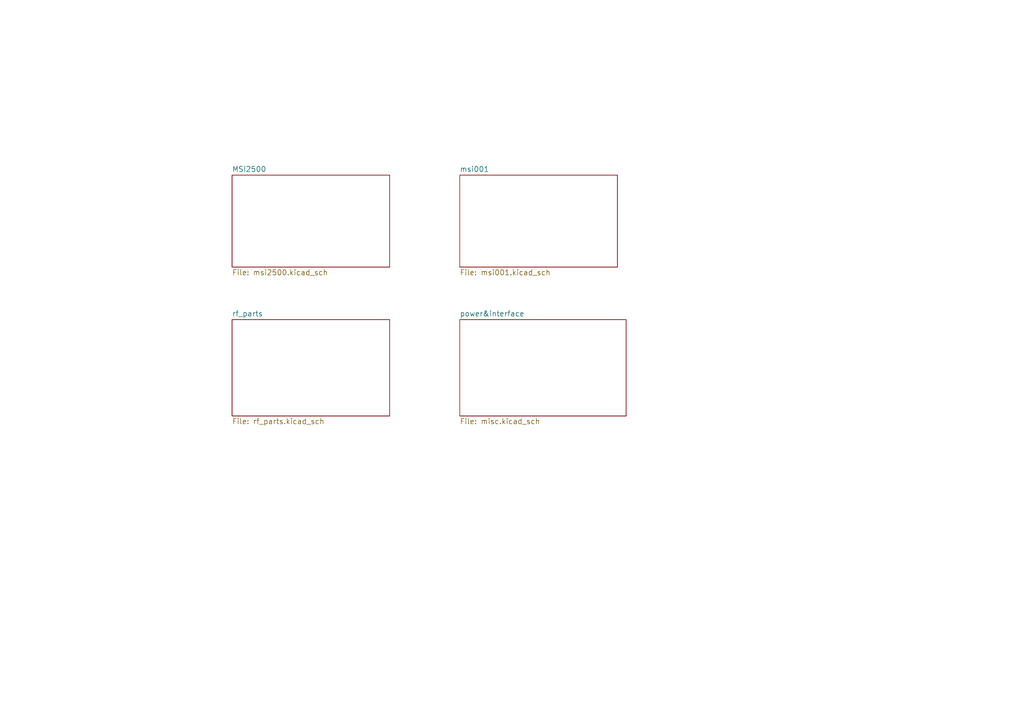
<source format=kicad_sch>
(kicad_sch (version 20211123) (generator eeschema)
  (paper "A4")
  (lib_symbols)
  (sheet (at 67.31 50.8) (size 45.72 26.67)
    (property "Sheet name" "MSI2500" (at 67.31 49.9614 0) (effects (font (size 1.524 1.524)) (justify left bottom)))
    (property "Sheet file" "msi2500.kicad_sch" (at 67.31 78.1562 0) (effects (font (size 1.524 1.524)) (justify left top)))
  )
  (sheet (at 133.35 50.8) (size 45.72 26.67)
    (property "Sheet name" "msi001" (at 133.35 49.9614 0) (effects (font (size 1.524 1.524)) (justify left bottom)))
    (property "Sheet file" "msi001.kicad_sch" (at 133.35 78.1562 0) (effects (font (size 1.524 1.524)) (justify left top)))
  )
  (sheet (at 67.31 92.71) (size 45.72 27.94)
    (property "Sheet name" "rf_parts" (at 67.31 91.8714 0) (effects (font (size 1.524 1.524)) (justify left bottom)))
    (property "Sheet file" "rf_parts.kicad_sch" (at 67.31 121.3362 0) (effects (font (size 1.524 1.524)) (justify left top)))
  )
  (sheet (at 133.35 92.71) (size 48.26 27.94)
    (property "Sheet name" "power&interface" (at 133.35 91.8714 0) (effects (font (size 1.524 1.524)) (justify left bottom)))
    (property "Sheet file" "misc.kicad_sch" (at 133.35 121.3362 0) (effects (font (size 1.524 1.524)) (justify left top)))
  )
)
</source>
